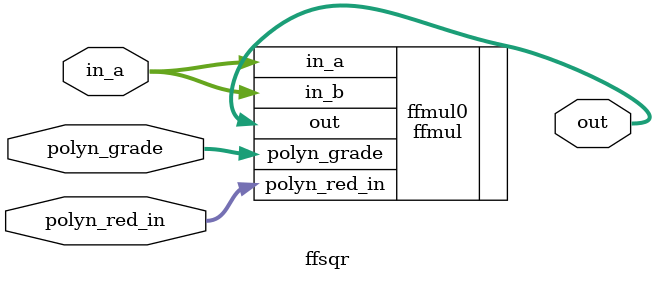
<source format=v>
module ffsqr #(
    parameter DATA_WIDTH = 32
) (
    input [$clog2(DATA_WIDTH):0]    polyn_grade,        // Orden del polinomio a reducir
    input [DATA_WIDTH:0]            polyn_red_in,       // Polinomio primitivo

    input [DATA_WIDTH-1:0]          in_a,               // Entrada 1
    output [DATA_WIDTH-1:0]         out                 // Salida normal
);


ffmul #(DATA_WIDTH) ffmul0 (
    .polyn_grade(polyn_grade),
    .polyn_red_in(polyn_red_in),

    .in_a(in_a[DATA_WIDTH-1:0]),
    .in_b(in_a[DATA_WIDTH-1:0]),
    .out(out[DATA_WIDTH-1:0])
);

endmodule
</source>
